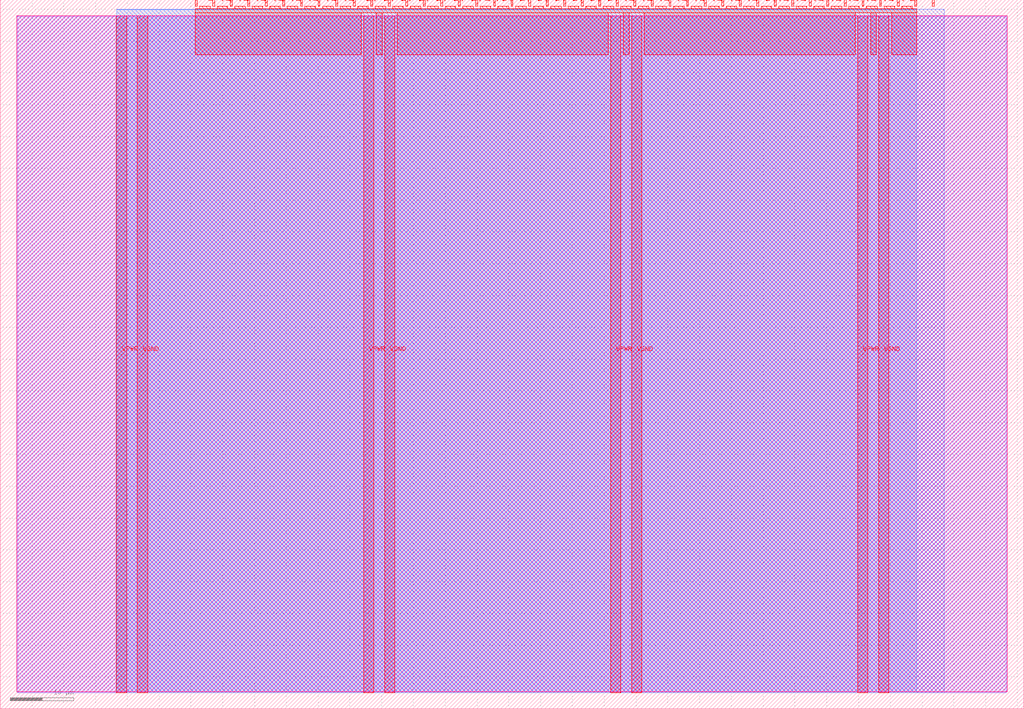
<source format=lef>
VERSION 5.7 ;
  NOWIREEXTENSIONATPIN ON ;
  DIVIDERCHAR "/" ;
  BUSBITCHARS "[]" ;
MACRO tt_um_wokwi_414121555407659009
  CLASS BLOCK ;
  FOREIGN tt_um_wokwi_414121555407659009 ;
  ORIGIN 0.000 0.000 ;
  SIZE 161.000 BY 111.520 ;
  PIN VGND
    DIRECTION INOUT ;
    USE GROUND ;
    PORT
      LAYER met4 ;
        RECT 21.580 2.480 23.180 109.040 ;
    END
    PORT
      LAYER met4 ;
        RECT 60.450 2.480 62.050 109.040 ;
    END
    PORT
      LAYER met4 ;
        RECT 99.320 2.480 100.920 109.040 ;
    END
    PORT
      LAYER met4 ;
        RECT 138.190 2.480 139.790 109.040 ;
    END
  END VGND
  PIN VPWR
    DIRECTION INOUT ;
    USE POWER ;
    PORT
      LAYER met4 ;
        RECT 18.280 2.480 19.880 109.040 ;
    END
    PORT
      LAYER met4 ;
        RECT 57.150 2.480 58.750 109.040 ;
    END
    PORT
      LAYER met4 ;
        RECT 96.020 2.480 97.620 109.040 ;
    END
    PORT
      LAYER met4 ;
        RECT 134.890 2.480 136.490 109.040 ;
    END
  END VPWR
  PIN clk
    DIRECTION INPUT ;
    USE SIGNAL ;
    ANTENNAGATEAREA 0.159000 ;
    PORT
      LAYER met4 ;
        RECT 143.830 110.520 144.130 111.520 ;
    END
  END clk
  PIN ena
    DIRECTION INPUT ;
    USE SIGNAL ;
    PORT
      LAYER met4 ;
        RECT 146.590 110.520 146.890 111.520 ;
    END
  END ena
  PIN rst_n
    DIRECTION INPUT ;
    USE SIGNAL ;
    PORT
      LAYER met4 ;
        RECT 141.070 110.520 141.370 111.520 ;
    END
  END rst_n
  PIN ui_in[0]
    DIRECTION INPUT ;
    USE SIGNAL ;
    ANTENNAGATEAREA 0.247500 ;
    PORT
      LAYER met4 ;
        RECT 138.310 110.520 138.610 111.520 ;
    END
  END ui_in[0]
  PIN ui_in[1]
    DIRECTION INPUT ;
    USE SIGNAL ;
    PORT
      LAYER met4 ;
        RECT 135.550 110.520 135.850 111.520 ;
    END
  END ui_in[1]
  PIN ui_in[2]
    DIRECTION INPUT ;
    USE SIGNAL ;
    PORT
      LAYER met4 ;
        RECT 132.790 110.520 133.090 111.520 ;
    END
  END ui_in[2]
  PIN ui_in[3]
    DIRECTION INPUT ;
    USE SIGNAL ;
    PORT
      LAYER met4 ;
        RECT 130.030 110.520 130.330 111.520 ;
    END
  END ui_in[3]
  PIN ui_in[4]
    DIRECTION INPUT ;
    USE SIGNAL ;
    PORT
      LAYER met4 ;
        RECT 127.270 110.520 127.570 111.520 ;
    END
  END ui_in[4]
  PIN ui_in[5]
    DIRECTION INPUT ;
    USE SIGNAL ;
    PORT
      LAYER met4 ;
        RECT 124.510 110.520 124.810 111.520 ;
    END
  END ui_in[5]
  PIN ui_in[6]
    DIRECTION INPUT ;
    USE SIGNAL ;
    PORT
      LAYER met4 ;
        RECT 121.750 110.520 122.050 111.520 ;
    END
  END ui_in[6]
  PIN ui_in[7]
    DIRECTION INPUT ;
    USE SIGNAL ;
    PORT
      LAYER met4 ;
        RECT 118.990 110.520 119.290 111.520 ;
    END
  END ui_in[7]
  PIN uio_in[0]
    DIRECTION INPUT ;
    USE SIGNAL ;
    PORT
      LAYER met4 ;
        RECT 116.230 110.520 116.530 111.520 ;
    END
  END uio_in[0]
  PIN uio_in[1]
    DIRECTION INPUT ;
    USE SIGNAL ;
    PORT
      LAYER met4 ;
        RECT 113.470 110.520 113.770 111.520 ;
    END
  END uio_in[1]
  PIN uio_in[2]
    DIRECTION INPUT ;
    USE SIGNAL ;
    PORT
      LAYER met4 ;
        RECT 110.710 110.520 111.010 111.520 ;
    END
  END uio_in[2]
  PIN uio_in[3]
    DIRECTION INPUT ;
    USE SIGNAL ;
    PORT
      LAYER met4 ;
        RECT 107.950 110.520 108.250 111.520 ;
    END
  END uio_in[3]
  PIN uio_in[4]
    DIRECTION INPUT ;
    USE SIGNAL ;
    PORT
      LAYER met4 ;
        RECT 105.190 110.520 105.490 111.520 ;
    END
  END uio_in[4]
  PIN uio_in[5]
    DIRECTION INPUT ;
    USE SIGNAL ;
    PORT
      LAYER met4 ;
        RECT 102.430 110.520 102.730 111.520 ;
    END
  END uio_in[5]
  PIN uio_in[6]
    DIRECTION INPUT ;
    USE SIGNAL ;
    PORT
      LAYER met4 ;
        RECT 99.670 110.520 99.970 111.520 ;
    END
  END uio_in[6]
  PIN uio_in[7]
    DIRECTION INPUT ;
    USE SIGNAL ;
    PORT
      LAYER met4 ;
        RECT 96.910 110.520 97.210 111.520 ;
    END
  END uio_in[7]
  PIN uio_oe[0]
    DIRECTION OUTPUT ;
    USE SIGNAL ;
    PORT
      LAYER met4 ;
        RECT 49.990 110.520 50.290 111.520 ;
    END
  END uio_oe[0]
  PIN uio_oe[1]
    DIRECTION OUTPUT ;
    USE SIGNAL ;
    PORT
      LAYER met4 ;
        RECT 47.230 110.520 47.530 111.520 ;
    END
  END uio_oe[1]
  PIN uio_oe[2]
    DIRECTION OUTPUT ;
    USE SIGNAL ;
    PORT
      LAYER met4 ;
        RECT 44.470 110.520 44.770 111.520 ;
    END
  END uio_oe[2]
  PIN uio_oe[3]
    DIRECTION OUTPUT ;
    USE SIGNAL ;
    PORT
      LAYER met4 ;
        RECT 41.710 110.520 42.010 111.520 ;
    END
  END uio_oe[3]
  PIN uio_oe[4]
    DIRECTION OUTPUT ;
    USE SIGNAL ;
    PORT
      LAYER met4 ;
        RECT 38.950 110.520 39.250 111.520 ;
    END
  END uio_oe[4]
  PIN uio_oe[5]
    DIRECTION OUTPUT ;
    USE SIGNAL ;
    PORT
      LAYER met4 ;
        RECT 36.190 110.520 36.490 111.520 ;
    END
  END uio_oe[5]
  PIN uio_oe[6]
    DIRECTION OUTPUT ;
    USE SIGNAL ;
    PORT
      LAYER met4 ;
        RECT 33.430 110.520 33.730 111.520 ;
    END
  END uio_oe[6]
  PIN uio_oe[7]
    DIRECTION OUTPUT ;
    USE SIGNAL ;
    PORT
      LAYER met4 ;
        RECT 30.670 110.520 30.970 111.520 ;
    END
  END uio_oe[7]
  PIN uio_out[0]
    DIRECTION OUTPUT ;
    USE SIGNAL ;
    PORT
      LAYER met4 ;
        RECT 72.070 110.520 72.370 111.520 ;
    END
  END uio_out[0]
  PIN uio_out[1]
    DIRECTION OUTPUT ;
    USE SIGNAL ;
    PORT
      LAYER met4 ;
        RECT 69.310 110.520 69.610 111.520 ;
    END
  END uio_out[1]
  PIN uio_out[2]
    DIRECTION OUTPUT ;
    USE SIGNAL ;
    PORT
      LAYER met4 ;
        RECT 66.550 110.520 66.850 111.520 ;
    END
  END uio_out[2]
  PIN uio_out[3]
    DIRECTION OUTPUT ;
    USE SIGNAL ;
    PORT
      LAYER met4 ;
        RECT 63.790 110.520 64.090 111.520 ;
    END
  END uio_out[3]
  PIN uio_out[4]
    DIRECTION OUTPUT ;
    USE SIGNAL ;
    PORT
      LAYER met4 ;
        RECT 61.030 110.520 61.330 111.520 ;
    END
  END uio_out[4]
  PIN uio_out[5]
    DIRECTION OUTPUT ;
    USE SIGNAL ;
    PORT
      LAYER met4 ;
        RECT 58.270 110.520 58.570 111.520 ;
    END
  END uio_out[5]
  PIN uio_out[6]
    DIRECTION OUTPUT ;
    USE SIGNAL ;
    PORT
      LAYER met4 ;
        RECT 55.510 110.520 55.810 111.520 ;
    END
  END uio_out[6]
  PIN uio_out[7]
    DIRECTION OUTPUT ;
    USE SIGNAL ;
    PORT
      LAYER met4 ;
        RECT 52.750 110.520 53.050 111.520 ;
    END
  END uio_out[7]
  PIN uo_out[0]
    DIRECTION OUTPUT ;
    USE SIGNAL ;
    ANTENNADIFFAREA 0.445500 ;
    PORT
      LAYER met4 ;
        RECT 94.150 110.520 94.450 111.520 ;
    END
  END uo_out[0]
  PIN uo_out[1]
    DIRECTION OUTPUT ;
    USE SIGNAL ;
    ANTENNADIFFAREA 0.445500 ;
    PORT
      LAYER met4 ;
        RECT 91.390 110.520 91.690 111.520 ;
    END
  END uo_out[1]
  PIN uo_out[2]
    DIRECTION OUTPUT ;
    USE SIGNAL ;
    ANTENNADIFFAREA 0.445500 ;
    PORT
      LAYER met4 ;
        RECT 88.630 110.520 88.930 111.520 ;
    END
  END uo_out[2]
  PIN uo_out[3]
    DIRECTION OUTPUT ;
    USE SIGNAL ;
    ANTENNADIFFAREA 0.445500 ;
    PORT
      LAYER met4 ;
        RECT 85.870 110.520 86.170 111.520 ;
    END
  END uo_out[3]
  PIN uo_out[4]
    DIRECTION OUTPUT ;
    USE SIGNAL ;
    ANTENNADIFFAREA 0.445500 ;
    PORT
      LAYER met4 ;
        RECT 83.110 110.520 83.410 111.520 ;
    END
  END uo_out[4]
  PIN uo_out[5]
    DIRECTION OUTPUT ;
    USE SIGNAL ;
    ANTENNADIFFAREA 0.445500 ;
    PORT
      LAYER met4 ;
        RECT 80.350 110.520 80.650 111.520 ;
    END
  END uo_out[5]
  PIN uo_out[6]
    DIRECTION OUTPUT ;
    USE SIGNAL ;
    ANTENNADIFFAREA 0.445500 ;
    PORT
      LAYER met4 ;
        RECT 77.590 110.520 77.890 111.520 ;
    END
  END uo_out[6]
  PIN uo_out[7]
    DIRECTION OUTPUT ;
    USE SIGNAL ;
    ANTENNADIFFAREA 0.445500 ;
    PORT
      LAYER met4 ;
        RECT 74.830 110.520 75.130 111.520 ;
    END
  END uo_out[7]
  OBS
      LAYER nwell ;
        RECT 2.570 2.635 158.430 108.990 ;
      LAYER li1 ;
        RECT 2.760 2.635 158.240 108.885 ;
      LAYER met1 ;
        RECT 2.760 2.480 158.240 109.040 ;
      LAYER met2 ;
        RECT 18.310 2.535 148.480 110.005 ;
      LAYER met3 ;
        RECT 18.290 2.555 144.170 109.985 ;
      LAYER met4 ;
        RECT 31.370 110.120 33.030 110.520 ;
        RECT 34.130 110.120 35.790 110.520 ;
        RECT 36.890 110.120 38.550 110.520 ;
        RECT 39.650 110.120 41.310 110.520 ;
        RECT 42.410 110.120 44.070 110.520 ;
        RECT 45.170 110.120 46.830 110.520 ;
        RECT 47.930 110.120 49.590 110.520 ;
        RECT 50.690 110.120 52.350 110.520 ;
        RECT 53.450 110.120 55.110 110.520 ;
        RECT 56.210 110.120 57.870 110.520 ;
        RECT 58.970 110.120 60.630 110.520 ;
        RECT 61.730 110.120 63.390 110.520 ;
        RECT 64.490 110.120 66.150 110.520 ;
        RECT 67.250 110.120 68.910 110.520 ;
        RECT 70.010 110.120 71.670 110.520 ;
        RECT 72.770 110.120 74.430 110.520 ;
        RECT 75.530 110.120 77.190 110.520 ;
        RECT 78.290 110.120 79.950 110.520 ;
        RECT 81.050 110.120 82.710 110.520 ;
        RECT 83.810 110.120 85.470 110.520 ;
        RECT 86.570 110.120 88.230 110.520 ;
        RECT 89.330 110.120 90.990 110.520 ;
        RECT 92.090 110.120 93.750 110.520 ;
        RECT 94.850 110.120 96.510 110.520 ;
        RECT 97.610 110.120 99.270 110.520 ;
        RECT 100.370 110.120 102.030 110.520 ;
        RECT 103.130 110.120 104.790 110.520 ;
        RECT 105.890 110.120 107.550 110.520 ;
        RECT 108.650 110.120 110.310 110.520 ;
        RECT 111.410 110.120 113.070 110.520 ;
        RECT 114.170 110.120 115.830 110.520 ;
        RECT 116.930 110.120 118.590 110.520 ;
        RECT 119.690 110.120 121.350 110.520 ;
        RECT 122.450 110.120 124.110 110.520 ;
        RECT 125.210 110.120 126.870 110.520 ;
        RECT 127.970 110.120 129.630 110.520 ;
        RECT 130.730 110.120 132.390 110.520 ;
        RECT 133.490 110.120 135.150 110.520 ;
        RECT 136.250 110.120 137.910 110.520 ;
        RECT 139.010 110.120 140.670 110.520 ;
        RECT 141.770 110.120 143.430 110.520 ;
        RECT 30.655 109.440 144.145 110.120 ;
        RECT 30.655 102.855 56.750 109.440 ;
        RECT 59.150 102.855 60.050 109.440 ;
        RECT 62.450 102.855 95.620 109.440 ;
        RECT 98.020 102.855 98.920 109.440 ;
        RECT 101.320 102.855 134.490 109.440 ;
        RECT 136.890 102.855 137.790 109.440 ;
        RECT 140.190 102.855 144.145 109.440 ;
  END
END tt_um_wokwi_414121555407659009
END LIBRARY


</source>
